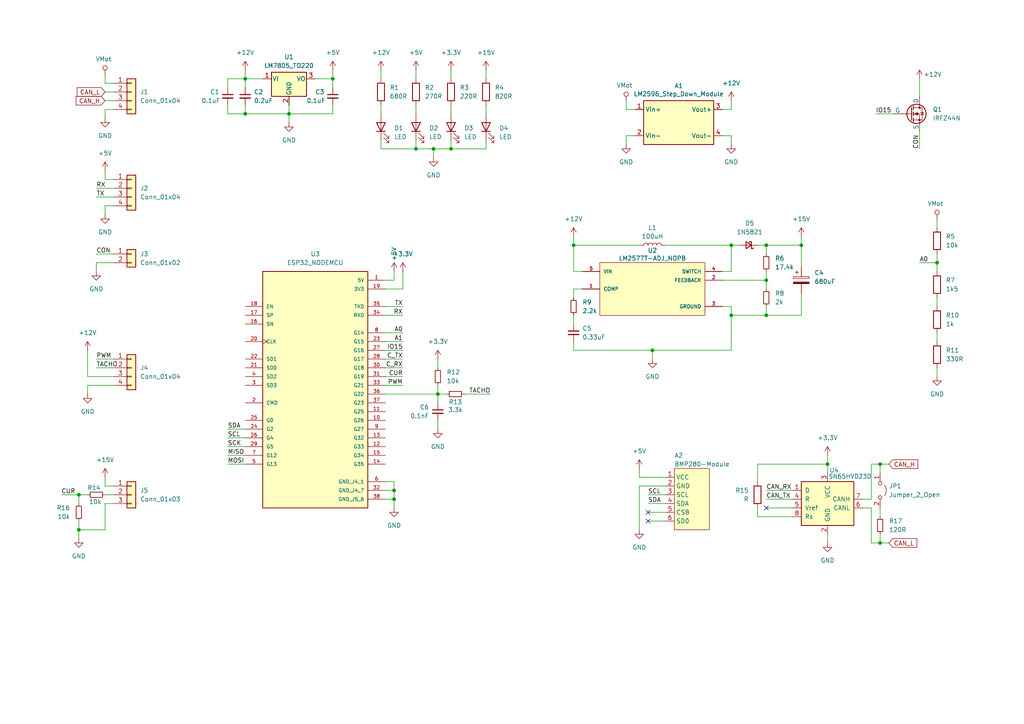
<source format=kicad_sch>
(kicad_sch (version 20231120) (generator "eeschema") (generator_version "8.0")
  (paper "A4")
  (lib_symbols
    (symbol "+12V_1" (power) (pin_numbers hide) (pin_names (offset 0) hide)
      (property "Value" "+12V" (at 0 3.556 0))
      (symbol "+12V_1_0_1"
        (polyline (pts (xy -0.762 1.27) (xy 0 2.54)))
        (polyline (pts (xy 0 0) (xy 0 2.54)))
        (polyline (pts (xy 0 2.54) (xy 0.762 1.27)))
      )
      (symbol "+12V_1_1_1"
        (pin power_in line (at 0 0 90) (length 0) (name "~") (number "1"))
      )
    )
    (symbol "+3.3V_1" (power) (pin_numbers hide) (pin_names (offset 0) hide)
      (property "Value" "+3.3V" (at 0 3.556 0))
      (symbol "+3.3V_1_0_1"
        (polyline (pts (xy -0.762 1.27) (xy 0 2.54)))
        (polyline (pts (xy 0 0) (xy 0 2.54)))
        (polyline (pts (xy 0 2.54) (xy 0.762 1.27)))
      )
      (symbol "+3.3V_1_1_1"
        (pin power_in line (at 0 0 90) (length 0) (name "~") (number "1"))
      )
    )
    (symbol "BMP280-Module:BMP280-Module"
      (property "Reference" "A4" (at -5.08 0 0))
      (property "Value" "BMP280-Module" (at -5.08 -2.54 0))
      (symbol "BMP280-Module_0_1"
        (rectangle (start 5.08 -10.16) (end 5.08 -10.16))
      )
      (symbol "BMP280-Module_1_1"
        (rectangle (start -5.08 -3.81) (end 5.08 -21.59) (fill (type background)))
        (pin power_in line (at -7.62 -6.35 0) (length 2.54) (name "VCC") (number "1"))
        (pin passive line (at -7.62 -8.89 0) (length 2.54) (name "GND") (number "2"))
        (pin bidirectional line (at -7.62 -11.43 0) (length 2.54) (name "SCL") (number "3"))
        (pin bidirectional line (at -7.62 -13.97 0) (length 2.54) (name "SDA") (number "4"))
        (pin bidirectional line (at -7.62 -16.51 0) (length 2.54) (name "CSB") (number "5"))
        (pin bidirectional line (at -7.62 -19.05 0) (length 2.54) (name "SD0") (number "6"))
      )
    )
    (symbol "Connector_Generic:Conn_01x02" (pin_names (offset 1.016) hide)
      (property "Reference" "J" (at 0 2.54 0))
      (property "Value" "Conn_01x02" (at 0 -5.08 0))
      (symbol "Conn_01x02_1_1"
        (rectangle (start -1.27 -2.413) (end 0 -2.667) (stroke (width 0.1524)))
        (rectangle (start -1.27 0.127) (end 0 -0.127) (stroke (width 0.1524)))
        (rectangle (start -1.27 1.27) (end 1.27 -3.81) (stroke (width 0.254)) (fill (type background)))
        (pin passive line (at -5.08 0 0) (length 3.81) (name "Pin_1") (number "1"))
        (pin passive line (at -5.08 -2.54 0) (length 3.81) (name "Pin_2") (number "2"))
      )
    )
    (symbol "Connector_Generic:Conn_01x03" (pin_names (offset 1.016) hide)
      (property "Reference" "J" (at 0 5.08 0))
      (property "Value" "Conn_01x03" (at 0 -5.08 0))
      (symbol "Conn_01x03_1_1"
        (rectangle (start -1.27 -2.413) (end 0 -2.667) (stroke (width 0.1524)))
        (rectangle (start -1.27 0.127) (end 0 -0.127) (stroke (width 0.1524)))
        (rectangle (start -1.27 2.667) (end 0 2.413) (stroke (width 0.1524)))
        (rectangle (start -1.27 3.81) (end 1.27 -3.81) (stroke (width 0.254)) (fill (type background)))
        (pin passive line (at -5.08 2.54 0) (length 3.81) (name "Pin_1") (number "1"))
        (pin passive line (at -5.08 0 0) (length 3.81) (name "Pin_2") (number "2"))
        (pin passive line (at -5.08 -2.54 0) (length 3.81) (name "Pin_3") (number "3"))
      )
    )
    (symbol "Connector_Generic:Conn_01x04" (pin_names (offset 1.016) hide)
      (property "Reference" "J" (at 0 5.08 0))
      (property "Value" "Conn_01x04" (at 0 -7.62 0))
      (symbol "Conn_01x04_1_1"
        (rectangle (start -1.27 -4.953) (end 0 -5.207) (stroke (width 0.1524)))
        (rectangle (start -1.27 -2.413) (end 0 -2.667) (stroke (width 0.1524)))
        (rectangle (start -1.27 0.127) (end 0 -0.127) (stroke (width 0.1524)))
        (rectangle (start -1.27 2.667) (end 0 2.413) (stroke (width 0.1524)))
        (rectangle (start -1.27 3.81) (end 1.27 -6.35) (stroke (width 0.254)) (fill (type background)))
        (pin passive line (at -5.08 2.54 0) (length 3.81) (name "Pin_1") (number "1"))
        (pin passive line (at -5.08 0 0) (length 3.81) (name "Pin_2") (number "2"))
        (pin passive line (at -5.08 -2.54 0) (length 3.81) (name "Pin_3") (number "3"))
        (pin passive line (at -5.08 -5.08 0) (length 3.81) (name "Pin_4") (number "4"))
      )
    )
    (symbol "Device:C_Polarized" (pin_numbers hide) (pin_names (offset 0.254))
      (property "Reference" "C" (at 0.635 2.54 0))
      (property "Value" "C_Polarized" (at 0.635 -2.54 0))
      (symbol "C_Polarized_0_1"
        (rectangle (start -2.286 0.508) (end 2.286 1.016))
        (polyline (pts (xy -1.778 2.286) (xy -0.762 2.286)))
        (polyline (pts (xy -1.27 2.794) (xy -1.27 1.778)))
        (rectangle (start 2.286 -0.508) (end -2.286 -1.016) (fill (type outline)))
      )
      (symbol "C_Polarized_1_1"
        (pin passive line (at 0 3.81 270) (length 2.794) (name "~") (number "1"))
        (pin passive line (at 0 -3.81 90) (length 2.794) (name "~") (number "2"))
      )
    )
    (symbol "Device:C_Small" (pin_numbers hide) (pin_names (offset 0.254) hide)
      (property "Reference" "C" (at 0.254 1.778 0))
      (property "Value" "C_Small" (at 0.254 -2.032 0))
      (symbol "C_Small_0_1"
        (polyline (pts (xy -1.524 -0.508) (xy 1.524 -0.508)) (stroke (width 0.3302)))
        (polyline (pts (xy -1.524 0.508) (xy 1.524 0.508)) (stroke (width 0.3048)))
      )
      (symbol "C_Small_1_1"
        (pin passive line (at 0 2.54 270) (length 2.032) (name "~") (number "1"))
        (pin passive line (at 0 -2.54 90) (length 2.032) (name "~") (number "2"))
      )
    )
    (symbol "Device:D_Schottky_Small" (pin_numbers hide) (pin_names (offset 0.254) hide)
      (property "Reference" "D" (at -1.27 2.032 0))
      (property "Value" "D_Schottky_Small" (at -7.112 -2.032 0))
      (symbol "D_Schottky_Small_0_1"
        (polyline (pts (xy -0.762 0) (xy 0.762 0)))
        (polyline (pts (xy 0.762 -1.016) (xy -0.762 0) (xy 0.762 1.016) (xy 0.762 -1.016)) (stroke (width 0.254)))
        (polyline (pts (xy -1.27 0.762) (xy -1.27 1.016) (xy -0.762 1.016) (xy -0.762 -1.016) (xy -0.254 -1.016) (xy -0.254 -0.762)) (stroke (width 0.254)))
      )
      (symbol "D_Schottky_Small_1_1"
        (pin passive line (at -2.54 0 0) (length 1.778) (name "K") (number "1"))
        (pin passive line (at 2.54 0 180) (length 1.778) (name "A") (number "2"))
      )
    )
    (symbol "Device:L" (pin_numbers hide) (pin_names (offset 1.016) hide)
      (property "Reference" "L" (at -1.27 0 90))
      (property "Value" "L" (at 1.905 0 90))
      (symbol "L_0_1"
        (arc (start 0 -2.54) (mid 0.6323 -1.905) (end 0 -1.27))
        (arc (start 0 -1.27) (mid 0.6323 -0.635) (end 0 0))
        (arc (start 0 0) (mid 0.6323 0.635) (end 0 1.27))
        (arc (start 0 1.27) (mid 0.6323 1.905) (end 0 2.54))
      )
      (symbol "L_1_1"
        (pin passive line (at 0 3.81 270) (length 1.27) (name "1") (number "1"))
        (pin passive line (at 0 -3.81 90) (length 1.27) (name "2") (number "2"))
      )
    )
    (symbol "Device:LED" (pin_numbers hide) (pin_names (offset 1.016) hide)
      (property "Reference" "D" (at 0 2.54 0))
      (property "Value" "LED" (at 0 -2.54 0))
      (symbol "LED_0_1"
        (polyline (pts (xy -1.27 -1.27) (xy -1.27 1.27)) (stroke (width 0.254)))
        (polyline (pts (xy -1.27 0) (xy 1.27 0)))
        (polyline (pts (xy 1.27 -1.27) (xy 1.27 1.27) (xy -1.27 0) (xy 1.27 -1.27)) (stroke (width 0.254)))
        (polyline (pts (xy -3.048 -0.762) (xy -4.572 -2.286) (xy -3.81 -2.286) (xy -4.572 -2.286) (xy -4.572 -1.524)))
        (polyline (pts (xy -1.778 -0.762) (xy -3.302 -2.286) (xy -2.54 -2.286) (xy -3.302 -2.286) (xy -3.302 -1.524)))
      )
      (symbol "LED_1_1"
        (pin passive line (at -3.81 0 0) (length 2.54) (name "K") (number "1"))
        (pin passive line (at 3.81 0 180) (length 2.54) (name "A") (number "2"))
      )
    )
    (symbol "Device:R" (pin_numbers hide) (pin_names (offset 0))
      (property "Reference" "R" (at 2.032 0 90))
      (property "Value" "R" (at 0 0 90))
      (symbol "R_0_1"
        (rectangle (start -1.016 -2.54) (end 1.016 2.54) (stroke (width 0.254)))
      )
      (symbol "R_1_1"
        (pin passive line (at 0 3.81 270) (length 1.27) (name "~") (number "1"))
        (pin passive line (at 0 -3.81 90) (length 1.27) (name "~") (number "2"))
      )
    )
    (symbol "Device:R_Small" (pin_numbers hide) (pin_names (offset 0.254) hide)
      (property "Reference" "R" (at 0.762 0.508 0))
      (property "Value" "R_Small" (at 0.762 -1.016 0))
      (symbol "R_Small_0_1"
        (rectangle (start -0.762 1.778) (end 0.762 -1.778) (stroke (width 0.2032)))
      )
      (symbol "R_Small_1_1"
        (pin passive line (at 0 2.54 270) (length 0.762) (name "~") (number "1"))
        (pin passive line (at 0 -2.54 90) (length 0.762) (name "~") (number "2"))
      )
    )
    (symbol "ESP32_NODEMCU:ESP32_NODEMCU" (pin_names (offset 1.016))
      (property "Reference" "U3" (at 0 40.64 0))
      (property "Value" "ESP32_NODEMCU" (at 0 38.1 0))
      (symbol "ESP32_NODEMCU_0_0"
        (rectangle (start -15.24 -33.02) (end 15.24 35.56) (stroke (width 0.254)) (fill (type background)))
      )
      (symbol "ESP32_NODEMCU_1_0"
        (pin power_in line (at 20.32 33.02 180) (length 5.08) (name "5V") (number "1"))
        (pin bidirectional line (at 20.32 -7.62 180) (length 5.08) (name "G26") (number "10"))
        (pin bidirectional line (at 20.32 -5.08 180) (length 5.08) (name "G25") (number "11"))
        (pin bidirectional line (at 20.32 -15.24 180) (length 5.08) (name "G33") (number "12"))
        (pin bidirectional line (at 20.32 -12.7 180) (length 5.08) (name "G32") (number "13"))
        (pin bidirectional line (at 20.32 -20.32 180) (length 5.08) (name "G35") (number "14"))
        (pin bidirectional line (at 20.32 -17.78 180) (length 5.08) (name "G34") (number "15"))
        (pin input line (at -20.32 20.32 0) (length 5.08) (name "SN") (number "16"))
        (pin input line (at -20.32 22.86 0) (length 5.08) (name "SP") (number "17"))
        (pin input line (at -20.32 25.4 0) (length 5.08) (name "EN") (number "18"))
        (pin power_in line (at 20.32 30.48 180) (length 5.08) (name "3V3") (number "19"))
        (pin bidirectional line (at -20.32 -2.54 0) (length 5.08) (name "CMD") (number "2"))
        (pin input clock (at -20.32 15.24 0) (length 5.08) (name "CLK") (number "20"))
        (pin bidirectional line (at -20.32 7.62 0) (length 5.08) (name "SD0") (number "21"))
        (pin bidirectional line (at -20.32 10.16 0) (length 5.08) (name "SD1") (number "22"))
        (pin bidirectional line (at 20.32 15.24 180) (length 5.08) (name "G15") (number "23"))
        (pin bidirectional line (at -20.32 -10.16 0) (length 5.08) (name "G2") (number "24"))
        (pin bidirectional line (at -20.32 -7.62 0) (length 5.08) (name "G0") (number "25"))
        (pin bidirectional line (at -20.32 -12.7 0) (length 5.08) (name "G4") (number "26"))
        (pin bidirectional line (at 20.32 12.7 180) (length 5.08) (name "G16") (number "27"))
        (pin bidirectional line (at 20.32 10.16 180) (length 5.08) (name "G17") (number "28"))
        (pin bidirectional line (at -20.32 -15.24 0) (length 5.08) (name "G5") (number "29"))
        (pin bidirectional line (at -20.32 2.54 0) (length 5.08) (name "SD3") (number "3"))
        (pin bidirectional line (at 20.32 7.62 180) (length 5.08) (name "G18") (number "30"))
        (pin bidirectional line (at 20.32 5.08 180) (length 5.08) (name "G19") (number "31"))
        (pin power_in line (at 20.32 -27.94 180) (length 5.08) (name "GND_J4_7") (number "32"))
        (pin bidirectional line (at 20.32 2.54 180) (length 5.08) (name "G21") (number "33"))
        (pin input line (at 20.32 22.86 180) (length 5.08) (name "RXD") (number "34"))
        (pin output line (at 20.32 25.4 180) (length 5.08) (name "TXD") (number "35"))
        (pin bidirectional line (at 20.32 0 180) (length 5.08) (name "G22") (number "36"))
        (pin bidirectional line (at 20.32 -2.54 180) (length 5.08) (name "G23") (number "37"))
        (pin power_in line (at 20.32 -30.48 180) (length 5.08) (name "GND_J5_6") (number "38"))
        (pin bidirectional line (at -20.32 5.08 0) (length 5.08) (name "SD2") (number "4"))
        (pin bidirectional line (at -20.32 -20.32 0) (length 5.08) (name "G13") (number "5"))
        (pin power_in line (at 20.32 -25.4 180) (length 5.08) (name "GND_J4_1") (number "6"))
        (pin bidirectional line (at -20.32 -17.78 0) (length 5.08) (name "G12") (number "7"))
        (pin bidirectional line (at 20.32 17.78 180) (length 5.08) (name "G14") (number "8"))
        (pin bidirectional line (at 20.32 -10.16 180) (length 5.08) (name "G27") (number "9"))
      )
    )
    (symbol "GND_1" (power) (pin_numbers hide) (pin_names (offset 0) hide)
      (property "Value" "GND" (at 0 -3.81 0))
      (symbol "GND_1_0_1"
        (polyline (pts (xy 0 0) (xy 0 -1.27) (xy 1.27 -1.27) (xy 0 -2.54) (xy -1.27 -1.27) (xy 0 -1.27)))
      )
      (symbol "GND_1_1_1"
        (pin power_in line (at 0 0 270) (length 0) (name "~") (number "1"))
      )
    )
    (symbol "GND_2" (power) (pin_numbers hide) (pin_names (offset 0) hide)
      (property "Value" "GND" (at 0 -3.81 0))
      (symbol "GND_2_0_1"
        (polyline (pts (xy 0 0) (xy 0 -1.27) (xy 1.27 -1.27) (xy 0 -2.54) (xy -1.27 -1.27) (xy 0 -1.27)))
      )
      (symbol "GND_2_1_1"
        (pin power_in line (at 0 0 270) (length 0) (name "~") (number "1"))
      )
    )
    (symbol "GND_3" (power) (pin_numbers hide) (pin_names (offset 0) hide)
      (property "Value" "GND" (at 0 -3.81 0))
      (symbol "GND_3_0_1"
        (polyline (pts (xy 0 0) (xy 0 -1.27) (xy 1.27 -1.27) (xy 0 -2.54) (xy -1.27 -1.27) (xy 0 -1.27)))
      )
      (symbol "GND_3_1_1"
        (pin power_in line (at 0 0 270) (length 0) (name "~") (number "1"))
      )
    )
    (symbol "GND_4" (power) (pin_numbers hide) (pin_names (offset 0) hide)
      (property "Value" "GND" (at 0 -3.81 0))
      (symbol "GND_4_0_1"
        (polyline (pts (xy 0 0) (xy 0 -1.27) (xy 1.27 -1.27) (xy 0 -2.54) (xy -1.27 -1.27) (xy 0 -1.27)))
      )
      (symbol "GND_4_1_1"
        (pin power_in line (at 0 0 270) (length 0) (name "~") (number "1"))
      )
    )
    (symbol "Interface_CAN_LIN:SN65HVD230" (pin_names (offset 1.016))
      (property "Reference" "U" (at -2.54 10.16 0))
      (property "Value" "SN65HVD230" (at -2.54 7.62 0))
      (symbol "SN65HVD230_0_1"
        (rectangle (start -7.62 5.08) (end 7.62 -7.62) (stroke (width 0.254)) (fill (type background)))
      )
      (symbol "SN65HVD230_1_1"
        (pin input line (at -10.16 2.54 0) (length 2.54) (name "D") (number "1"))
        (pin power_in line (at 0 -10.16 90) (length 2.54) (name "GND") (number "2"))
        (pin power_in line (at 0 7.62 270) (length 2.54) (name "VCC") (number "3"))
        (pin output line (at -10.16 0 0) (length 2.54) (name "R") (number "4"))
        (pin output line (at -10.16 -2.54 0) (length 2.54) (name "Vref") (number "5"))
        (pin bidirectional line (at 10.16 -2.54 180) (length 2.54) (name "CANL") (number "6"))
        (pin bidirectional line (at 10.16 0 180) (length 2.54) (name "CANH") (number "7"))
        (pin input line (at -10.16 -5.08 0) (length 2.54) (name "Rs") (number "8"))
      )
    )
    (symbol "Jumper:Jumper_2_Open" (pin_names (offset 0) hide)
      (property "Reference" "JP" (at 0 2.794 0))
      (property "Value" "Jumper_2_Open" (at 0 -2.286 0))
      (symbol "Jumper_2_Open_0_0"
        (circle (center -2.032 0) (radius 0.508))
        (circle (center 2.032 0) (radius 0.508))
      )
      (symbol "Jumper_2_Open_0_1"
        (arc (start 1.524 1.27) (mid 0 1.778) (end -1.524 1.27))
      )
      (symbol "Jumper_2_Open_1_1"
        (pin passive line (at -5.08 0 0) (length 2.54) (name "A") (number "1"))
        (pin passive line (at 5.08 0 180) (length 2.54) (name "B") (number "2"))
      )
    )
    (symbol "LM2577T-ADJ_NOPB:LM2577T-ADJ_NOPB" (pin_names (offset 1.016))
      (property "Reference" "U" (at -15.24 8.382 0))
      (property "Value" "LM2577T-ADJ_NOPB" (at -15.24 -10.16 0))
      (symbol "LM2577T-ADJ_NOPB_0_0"
        (rectangle (start -15.24 -7.62) (end 15.24 7.62) (stroke (width 0.1524)) (fill (type background)))
        (pin passive line (at -20.32 0 0) (length 5.08) (name "COMP") (number "1"))
        (pin input line (at 20.32 2.54 180) (length 5.08) (name "FEEDBACK") (number "2"))
        (pin power_in line (at 20.32 -5.08 180) (length 5.08) (name "GROUND") (number "3"))
        (pin output line (at 20.32 5.08 180) (length 5.08) (name "SWITCH") (number "4"))
        (pin input line (at -20.32 5.08 0) (length 5.08) (name "VIN") (number "5"))
      )
    )
    (symbol "MPCNC_Shield_Symbols:LM2596_Step_Down_Module"
      (property "Reference" "A" (at 0 13.97 0))
      (property "Value" "LM2596_Step_Down_Module" (at 0 11.43 0))
      (symbol "LM2596_Step_Down_Module_0_1"
        (rectangle (start -10.16 10.16) (end 10.16 -2.54) (stroke (width 0.254)) (fill (type background)))
      )
      (symbol "LM2596_Step_Down_Module_1_1"
        (pin power_in line (at -12.7 7.62 0) (length 2.54) (name "Vin+") (number "1"))
        (pin power_in line (at -12.7 0 0) (length 2.54) (name "Vin-") (number "2"))
        (pin power_out line (at 12.7 7.62 180) (length 2.54) (name "Vout+") (number "3"))
        (pin power_out line (at 12.7 0 180) (length 2.54) (name "Vout-") (number "4"))
      )
    )
    (symbol "MPCNC_Shield_Symbols:VMot" (power) (pin_names (offset 1.016))
      (property "Value" "VMot" (at 0 3.81 0))
      (symbol "VMot_0_1"
        (rectangle (start 0 0) (end 0 0))
        (rectangle (start 0 0) (end 0 1.27))
        (circle (center 0 1.905) (radius 0.635))
      )
      (symbol "VMot_1_1"
        (pin power_in line (at 0 0 90) (length 0) hide (name "VMot") (number "1"))
      )
    )
    (symbol "Regulator_Linear:LM7805_TO220" (pin_names (offset 0.254))
      (property "Reference" "U" (at -3.81 3.175 0))
      (property "Value" "LM7805_TO220" (at 0 3.175 0))
      (symbol "LM7805_TO220_0_1"
        (rectangle (start -5.08 1.905) (end 5.08 -5.08) (stroke (width 0.254)) (fill (type background)))
      )
      (symbol "LM7805_TO220_1_1"
        (pin power_in line (at -7.62 0 0) (length 2.54) (name "VI") (number "1"))
        (pin power_in line (at 0 -7.62 90) (length 2.54) (name "GND") (number "2"))
        (pin power_out line (at 7.62 0 180) (length 2.54) (name "VO") (number "3"))
      )
    )
    (symbol "Simulation_SPICE:NMOS" (pin_numbers hide) (pin_names (offset 0))
      (property "Reference" "Q" (at 5.08 1.27 0))
      (property "Value" "NMOS" (at 5.08 -1.27 0))
      (symbol "NMOS_0_1"
        (polyline (pts (xy 0.254 0) (xy -2.54 0)))
        (polyline (pts (xy 0.254 1.905) (xy 0.254 -1.905)) (stroke (width 0.254)))
        (polyline (pts (xy 0.762 -1.27) (xy 0.762 -2.286)) (stroke (width 0.254)))
        (polyline (pts (xy 0.762 0.508) (xy 0.762 -0.508)) (stroke (width 0.254)))
        (polyline (pts (xy 0.762 2.286) (xy 0.762 1.27)) (stroke (width 0.254)))
        (polyline (pts (xy 2.54 2.54) (xy 2.54 1.778)))
        (polyline (pts (xy 2.54 -2.54) (xy 2.54 0) (xy 0.762 0)))
        (polyline (pts (xy 0.762 -1.778) (xy 3.302 -1.778) (xy 3.302 1.778) (xy 0.762 1.778)))
        (polyline (pts (xy 1.016 0) (xy 2.032 0.381) (xy 2.032 -0.381) (xy 1.016 0)) (fill (type outline)))
        (polyline (pts (xy 2.794 0.508) (xy 2.921 0.381) (xy 3.683 0.381) (xy 3.81 0.254)))
        (polyline (pts (xy 3.302 0.381) (xy 2.921 -0.254) (xy 3.683 -0.254) (xy 3.302 0.381)))
        (circle (center 1.651 0) (radius 2.794) (stroke (width 0.254)))
        (circle (center 2.54 -1.778) (radius 0.254) (fill (type outline)))
        (circle (center 2.54 1.778) (radius 0.254) (fill (type outline)))
      )
      (symbol "NMOS_1_1"
        (pin passive line (at 2.54 5.08 270) (length 2.54) (name "D") (number "1"))
        (pin input line (at -5.08 0 0) (length 2.54) (name "G") (number "2"))
        (pin passive line (at 2.54 -5.08 90) (length 2.54) (name "S") (number "3"))
      )
    )
    (symbol "power:+12V" (power) (pin_names (offset 0))
      (property "Value" "+12V" (at 0 3.556 0))
      (symbol "+12V_0_1"
        (polyline (pts (xy -0.762 1.27) (xy 0 2.54)))
        (polyline (pts (xy 0 0) (xy 0 2.54)))
        (polyline (pts (xy 0 2.54) (xy 0.762 1.27)))
      )
      (symbol "+12V_1_1"
        (pin power_in line (at 0 0 90) (length 0) hide (name "+12V") (number "1"))
      )
    )
    (symbol "power:+15V" (power) (pin_names (offset 0))
      (property "Value" "+15V" (at 0 3.556 0))
      (symbol "+15V_0_1"
        (polyline (pts (xy -0.762 1.27) (xy 0 2.54)))
        (polyline (pts (xy 0 0) (xy 0 2.54)))
        (polyline (pts (xy 0 2.54) (xy 0.762 1.27)))
      )
      (symbol "+15V_1_1"
        (pin power_in line (at 0 0 90) (length 0) hide (name "+15V") (number "1"))
      )
    )
    (symbol "power:+3.3V" (power) (pin_names (offset 0))
      (property "Value" "+3.3V" (at 0 3.556 0))
      (symbol "+3.3V_0_1"
        (polyline (pts (xy -0.762 1.27) (xy 0 2.54)))
        (polyline (pts (xy 0 0) (xy 0 2.54)))
        (polyline (pts (xy 0 2.54) (xy 0.762 1.27)))
      )
      (symbol "+3.3V_1_1"
        (pin power_in line (at 0 0 90) (length 0) hide (name "+3.3V") (number "1"))
      )
    )
    (symbol "power:+5V" (power) (pin_names (offset 0))
      (property "Value" "+5V" (at 0 3.556 0))
      (symbol "+5V_0_1"
        (polyline (pts (xy -0.762 1.27) (xy 0 2.54)))
        (polyline (pts (xy 0 0) (xy 0 2.54)))
        (polyline (pts (xy 0 2.54) (xy 0.762 1.27)))
      )
      (symbol "+5V_1_1"
        (pin power_in line (at 0 0 90) (length 0) hide (name "+5V") (number "1"))
      )
    )
    (symbol "power:GND" (power) (pin_names (offset 0))
      (property "Value" "GND" (at 0 -3.81 0))
      (symbol "GND_0_1"
        (polyline (pts (xy 0 0) (xy 0 -1.27) (xy 1.27 -1.27) (xy 0 -2.54) (xy -1.27 -1.27) (xy 0 -1.27)))
      )
      (symbol "GND_1_1"
        (pin power_in line (at 0 0 270) (length 0) hide (name "GND") (number "1"))
      )
    )
  )
  (junction (at 127 114.3))
  (junction (at 71.12 33.02))
  (junction (at 255.27 134.62))
  (junction (at 120.65 43.18))
  (junction (at 22.86 143.51))
  (junction (at 240.03 134.62))
  (junction (at 130.81 43.18))
  (junction (at 222.25 71.12))
  (junction (at 189.23 101.6))
  (junction (at 222.25 81.28))
  (junction (at 222.25 91.44))
  (junction (at 83.82 33.02))
  (junction (at 71.12 22.86))
  (junction (at 114.3 142.24))
  (junction (at 232.41 71.12))
  (junction (at 125.73 43.18))
  (junction (at 96.52 22.86))
  (junction (at 271.78 76.2))
  (junction (at 22.86 153.67))
  (junction (at 114.3 144.78))
  (junction (at 166.37 71.12))
  (junction (at 212.09 91.44))
  (junction (at 212.09 71.12))
  (junction (at 255.27 157.48))
  (no_connect (at 187.96 151.13))
  (no_connect (at 187.96 148.59))
  (no_connect (at 222.25 147.32))
  (wire (pts (xy 22.86 143.51) (xy 22.86 146.05)))
  (wire (pts (xy 120.65 43.18) (xy 120.65 40.64)))
  (wire (pts (xy 229.87 149.86) (xy 219.71 149.86)))
  (wire (pts (xy 30.48 29.21) (xy 33.02 29.21)))
  (wire (pts (xy 30.48 140.97) (xy 33.02 140.97)))
  (wire (pts (xy 134.62 114.3) (xy 142.24 114.3)))
  (wire (pts (xy 111.76 144.78) (xy 114.3 144.78)))
  (wire (pts (xy 66.04 129.54) (xy 71.12 129.54)))
  (wire (pts (xy 114.3 142.24) (xy 114.3 144.78)))
  (wire (pts (xy 71.12 20.32) (xy 71.12 22.86)))
  (wire (pts (xy 111.76 96.52) (xy 116.84 96.52)))
  (wire (pts (xy 66.04 22.86) (xy 66.04 25.4)))
  (wire (pts (xy 71.12 22.86) (xy 66.04 22.86)))
  (wire (pts (xy 96.52 22.86) (xy 96.52 25.4)))
  (wire (pts (xy 30.48 59.69) (xy 30.48 62.23)))
  (wire (pts (xy 266.7 22.86) (xy 266.7 27.94)))
  (wire (pts (xy 271.78 106.68) (xy 271.78 109.22)))
  (wire (pts (xy 222.25 88.9) (xy 222.25 91.44)))
  (wire (pts (xy 116.84 101.6) (xy 111.76 101.6)))
  (wire (pts (xy 33.02 54.61) (xy 27.94 54.61)))
  (wire (pts (xy 30.48 21.59) (xy 30.48 24.13)))
  (wire (pts (xy 255.27 134.62) (xy 257.81 134.62)))
  (wire (pts (xy 30.48 143.51) (xy 33.02 143.51)))
  (wire (pts (xy 209.55 81.28) (xy 222.25 81.28)))
  (wire (pts (xy 185.42 135.89) (xy 185.42 138.43)))
  (wire (pts (xy 209.55 78.74) (xy 212.09 78.74)))
  (wire (pts (xy 120.65 20.32) (xy 120.65 22.86)))
  (wire (pts (xy 209.55 88.9) (xy 212.09 88.9)))
  (wire (pts (xy 222.25 144.78) (xy 229.87 144.78)))
  (wire (pts (xy 127 121.92) (xy 127 124.46)))
  (wire (pts (xy 125.73 43.18) (xy 130.81 43.18)))
  (wire (pts (xy 212.09 91.44) (xy 222.25 91.44)))
  (wire (pts (xy 127 111.76) (xy 127 114.3)))
  (wire (pts (xy 130.81 40.64) (xy 130.81 43.18)))
  (wire (pts (xy 219.71 147.32) (xy 219.71 149.86)))
  (wire (pts (xy 181.61 29.21) (xy 181.61 31.75)))
  (wire (pts (xy 222.25 71.12) (xy 222.25 73.66)))
  (wire (pts (xy 166.37 99.06) (xy 166.37 101.6)))
  (wire (pts (xy 222.25 147.32) (xy 229.87 147.32)))
  (wire (pts (xy 114.3 144.78) (xy 114.3 147.32)))
  (wire (pts (xy 222.25 81.28) (xy 222.25 83.82)))
  (wire (pts (xy 252.73 157.48) (xy 252.73 147.32)))
  (wire (pts (xy 266.7 76.2) (xy 271.78 76.2)))
  (wire (pts (xy 232.41 91.44) (xy 232.41 85.09)))
  (wire (pts (xy 240.03 134.62) (xy 240.03 137.16)))
  (wire (pts (xy 271.78 96.52) (xy 271.78 99.06)))
  (wire (pts (xy 181.61 31.75) (xy 184.15 31.75)))
  (wire (pts (xy 114.3 78.74) (xy 114.3 81.28)))
  (wire (pts (xy 25.4 101.6) (xy 25.4 109.22)))
  (wire (pts (xy 189.23 104.14) (xy 189.23 101.6)))
  (wire (pts (xy 33.02 146.05) (xy 30.48 146.05)))
  (wire (pts (xy 185.42 140.97) (xy 185.42 153.67)))
  (wire (pts (xy 193.04 140.97) (xy 185.42 140.97)))
  (wire (pts (xy 125.73 43.18) (xy 125.73 45.72)))
  (wire (pts (xy 22.86 143.51) (xy 25.4 143.51)))
  (wire (pts (xy 27.94 76.2) (xy 33.02 76.2)))
  (wire (pts (xy 271.78 86.36) (xy 271.78 88.9)))
  (wire (pts (xy 33.02 31.75) (xy 30.48 31.75)))
  (wire (pts (xy 30.48 138.43) (xy 30.48 140.97)))
  (wire (pts (xy 212.09 91.44) (xy 212.09 101.6)))
  (wire (pts (xy 71.12 33.02) (xy 83.82 33.02)))
  (wire (pts (xy 222.25 91.44) (xy 232.41 91.44)))
  (wire (pts (xy 189.23 101.6) (xy 212.09 101.6)))
  (wire (pts (xy 240.03 132.08) (xy 240.03 134.62)))
  (wire (pts (xy 212.09 88.9) (xy 212.09 91.44)))
  (wire (pts (xy 212.09 71.12) (xy 214.63 71.12)))
  (wire (pts (xy 140.97 30.48) (xy 140.97 33.02)))
  (wire (pts (xy 252.73 134.62) (xy 255.27 134.62)))
  (wire (pts (xy 130.81 30.48) (xy 130.81 33.02)))
  (wire (pts (xy 110.49 30.48) (xy 110.49 33.02)))
  (wire (pts (xy 212.09 39.37) (xy 212.09 41.91)))
  (wire (pts (xy 33.02 59.69) (xy 30.48 59.69)))
  (wire (pts (xy 71.12 30.48) (xy 71.12 33.02)))
  (wire (pts (xy 193.04 138.43) (xy 185.42 138.43)))
  (wire (pts (xy 96.52 33.02) (xy 96.52 30.48)))
  (wire (pts (xy 127 114.3) (xy 129.54 114.3)))
  (wire (pts (xy 222.25 142.24) (xy 229.87 142.24)))
  (wire (pts (xy 111.76 114.3) (xy 127 114.3)))
  (wire (pts (xy 127 104.14) (xy 127 106.68)))
  (wire (pts (xy 27.94 73.66) (xy 33.02 73.66)))
  (wire (pts (xy 271.78 63.5) (xy 271.78 66.04)))
  (wire (pts (xy 33.02 57.15) (xy 27.94 57.15)))
  (wire (pts (xy 111.76 99.06) (xy 116.84 99.06)))
  (wire (pts (xy 27.94 106.68) (xy 33.02 106.68)))
  (wire (pts (xy 30.48 49.53) (xy 30.48 52.07)))
  (wire (pts (xy 212.09 71.12) (xy 212.09 78.74)))
  (wire (pts (xy 271.78 73.66) (xy 271.78 76.2)))
  (wire (pts (xy 166.37 68.58) (xy 166.37 71.12)))
  (wire (pts (xy 116.84 88.9) (xy 111.76 88.9)))
  (wire (pts (xy 166.37 71.12) (xy 166.37 78.74)))
  (wire (pts (xy 166.37 101.6) (xy 189.23 101.6)))
  (wire (pts (xy 120.65 30.48) (xy 120.65 33.02)))
  (wire (pts (xy 187.96 143.51) (xy 193.04 143.51)))
  (wire (pts (xy 111.76 81.28) (xy 114.3 81.28)))
  (wire (pts (xy 181.61 39.37) (xy 181.61 41.91)))
  (wire (pts (xy 187.96 151.13) (xy 193.04 151.13)))
  (wire (pts (xy 27.94 104.14) (xy 33.02 104.14)))
  (wire (pts (xy 30.48 146.05) (xy 30.48 153.67)))
  (wire (pts (xy 254 33.02) (xy 259.08 33.02)))
  (wire (pts (xy 166.37 83.82) (xy 166.37 86.36)))
  (wire (pts (xy 110.49 20.32) (xy 110.49 22.86)))
  (wire (pts (xy 83.82 33.02) (xy 96.52 33.02)))
  (wire (pts (xy 91.44 22.86) (xy 96.52 22.86)))
  (wire (pts (xy 255.27 157.48) (xy 257.81 157.48)))
  (wire (pts (xy 187.96 146.05) (xy 193.04 146.05)))
  (wire (pts (xy 232.41 71.12) (xy 232.41 77.47)))
  (wire (pts (xy 116.84 83.82) (xy 111.76 83.82)))
  (wire (pts (xy 83.82 30.48) (xy 83.82 33.02)))
  (wire (pts (xy 25.4 111.76) (xy 33.02 111.76)))
  (wire (pts (xy 71.12 22.86) (xy 76.2 22.86)))
  (wire (pts (xy 111.76 139.7) (xy 114.3 139.7)))
  (wire (pts (xy 252.73 134.62) (xy 252.73 144.78)))
  (wire (pts (xy 209.55 39.37) (xy 212.09 39.37)))
  (wire (pts (xy 33.02 109.22) (xy 25.4 109.22)))
  (wire (pts (xy 22.86 153.67) (xy 22.86 156.21)))
  (wire (pts (xy 130.81 20.32) (xy 130.81 22.86)))
  (wire (pts (xy 184.15 39.37) (xy 181.61 39.37)))
  (wire (pts (xy 255.27 147.32) (xy 255.27 149.86)))
  (wire (pts (xy 110.49 40.64) (xy 110.49 43.18)))
  (wire (pts (xy 166.37 78.74) (xy 168.91 78.74)))
  (wire (pts (xy 30.48 52.07) (xy 33.02 52.07)))
  (wire (pts (xy 30.48 26.67) (xy 33.02 26.67)))
  (wire (pts (xy 166.37 91.44) (xy 166.37 93.98)))
  (wire (pts (xy 66.04 134.62) (xy 71.12 134.62)))
  (wire (pts (xy 116.84 78.74) (xy 116.84 83.82)))
  (wire (pts (xy 193.04 71.12) (xy 212.09 71.12)))
  (wire (pts (xy 116.84 109.22) (xy 111.76 109.22)))
  (wire (pts (xy 255.27 154.94) (xy 255.27 157.48)))
  (wire (pts (xy 232.41 68.58) (xy 232.41 71.12)))
  (wire (pts (xy 252.73 157.48) (xy 255.27 157.48)))
  (wire (pts (xy 66.04 132.08) (xy 71.12 132.08)))
  (wire (pts (xy 252.73 144.78) (xy 250.19 144.78)))
  (wire (pts (xy 114.3 139.7) (xy 114.3 142.24)))
  (wire (pts (xy 127 114.3) (xy 127 116.84)))
  (wire (pts (xy 130.81 43.18) (xy 140.97 43.18)))
  (wire (pts (xy 111.76 142.24) (xy 114.3 142.24)))
  (wire (pts (xy 140.97 43.18) (xy 140.97 40.64)))
  (wire (pts (xy 240.03 134.62) (xy 219.71 134.62)))
  (wire (pts (xy 27.94 78.74) (xy 27.94 76.2)))
  (wire (pts (xy 116.84 91.44) (xy 111.76 91.44)))
  (wire (pts (xy 271.78 76.2) (xy 271.78 78.74)))
  (wire (pts (xy 222.25 78.74) (xy 222.25 81.28)))
  (wire (pts (xy 66.04 30.48) (xy 66.04 33.02)))
  (wire (pts (xy 71.12 22.86) (xy 71.12 25.4)))
  (wire (pts (xy 22.86 153.67) (xy 30.48 153.67)))
  (wire (pts (xy 140.97 20.32) (xy 140.97 22.86)))
  (wire (pts (xy 30.48 31.75) (xy 30.48 34.29)))
  (wire (pts (xy 255.27 134.62) (xy 255.27 137.16)))
  (wire (pts (xy 266.7 43.18) (xy 266.7 38.1)))
  (wire (pts (xy 166.37 71.12) (xy 185.42 71.12)))
  (wire (pts (xy 111.76 111.76) (xy 116.84 111.76)))
  (wire (pts (xy 33.02 24.13) (xy 30.48 24.13)))
  (wire (pts (xy 83.82 33.02) (xy 83.82 35.56)))
  (wire (pts (xy 17.78 143.51) (xy 22.86 143.51)))
  (wire (pts (xy 120.65 43.18) (xy 125.73 43.18)))
  (wire (pts (xy 252.73 147.32) (xy 250.19 147.32)))
  (wire (pts (xy 22.86 151.13) (xy 22.86 153.67)))
  (wire (pts (xy 222.25 71.12) (xy 232.41 71.12)))
  (wire (pts (xy 166.37 83.82) (xy 168.91 83.82)))
  (wire (pts (xy 96.52 20.32) (xy 96.52 22.86)))
  (wire (pts (xy 66.04 33.02) (xy 71.12 33.02)))
  (wire (pts (xy 219.71 134.62) (xy 219.71 139.7)))
  (wire (pts (xy 110.49 43.18) (xy 120.65 43.18)))
  (wire (pts (xy 25.4 114.3) (xy 25.4 111.76)))
  (wire (pts (xy 240.03 154.94) (xy 240.03 157.48)))
  (wire (pts (xy 219.71 71.12) (xy 222.25 71.12)))
  (wire (pts (xy 187.96 148.59) (xy 193.04 148.59)))
  (wire (pts (xy 116.84 104.14) (xy 111.76 104.14)))
  (wire (pts (xy 212.09 29.21) (xy 212.09 31.75)))
  (wire (pts (xy 209.55 31.75) (xy 212.09 31.75)))
  (wire (pts (xy 66.04 124.46) (xy 71.12 124.46)))
  (wire (pts (xy 66.04 127) (xy 71.12 127)))
  (wire (pts (xy 116.84 106.68) (xy 111.76 106.68)))
  (label "RX" (at 27.94 54.61 0))
  (label "CAN_TX" (at 222.25 144.78 0))
  (label "TACHO" (at 142.24 114.3 180))
  (label "PWM" (at 27.94 104.14 0))
  (label "MOSI" (at 66.04 134.62 0))
  (label "SCL" (at 66.04 127 0))
  (label "TX" (at 27.94 57.15 0))
  (label "C_TX" (at 116.84 104.14 180))
  (label "A0" (at 266.7 76.2 0))
  (label "TX" (at 116.84 88.9 180))
  (label "PWM" (at 116.84 111.76 180))
  (label "IO15" (at 116.84 101.6 180))
  (label "TACHO" (at 27.94 106.68 0))
  (label "SDA" (at 187.96 146.05 0))
  (label "CON" (at 266.7 43.18 90))
  (label "CUR" (at 116.84 109.22 180))
  (label "CAN_RX" (at 222.25 142.24 0))
  (label "CON" (at 27.94 73.66 0))
  (label "SDA" (at 66.04 124.46 0))
  (label "C_RX" (at 116.84 106.68 180))
  (label "SCL" (at 187.96 143.51 0))
  (label "A1" (at 116.84 99.06 180))
  (label "CUR" (at 17.78 143.51 0))
  (label "MISO" (at 66.04 132.08 0))
  (label "SCK" (at 66.04 129.54 0))
  (label "RX" (at 116.84 91.44 180))
  (label "IO15" (at 254 33.02 0))
  (label "A0" (at 116.84 96.52 180))
  (global_label "CAN_H" (shape input) (at 30.48 29.21 180) (property "Intersheetrefs" "${INTERSHEET_REFS}" (effects (hide yes))))
  (global_label "CAN_H" (shape input) (at 257.81 134.62 0) (property "Intersheetrefs" "${INTERSHEET_REFS}" (effects (hide yes))))
  (global_label "CAN_L" (shape input) (at 30.48 26.67 180) (property "Intersheetrefs" "${INTERSHEET_REFS}" (effects (hide yes))))
  (global_label "CAN_L" (shape input) (at 257.81 157.48 0) (property "Intersheetrefs" "${INTERSHEET_REFS}" (effects (hide yes))))
  (symbol (lib_id "Device:C_Small") (at 66.04 27.94 0) (unit 1)
    (property "Reference" "C1" (at 60.96 26.67 0) (effects (justify left)))
    (property "Value" "0.1uF" (at 58.42 29.21 0) (effects (justify left)))
    (property "Footprint" "Capacitor_THT:C_Disc_D3.0mm_W1.6mm_P2.50mm" (effects (hide yes)))
  )
  (symbol (lib_id "Interface_CAN_LIN:SN65HVD230") (at 240.03 144.78 0) (unit 1)
    (property "Reference" "U4" (at 240.538 136.398 0) (effects (justify left)))
    (property "Value" "SN65HVD230" (at 240.284 138.176 0) (effects (justify left)))
    (property "Footprint" "Package_SO:SOIC-8_3.9x4.9mm_P1.27mm" (effects (hide yes)))
    (property "Datasheet" "http://www.ti.com/lit/ds/symlink/sn65hvd230.pdf" (effects (hide yes)))
  )
  (symbol (lib_id "power:GND") (at 30.48 62.23 0) (unit 1)
    (property "Reference" "#PWR017" (effects (hide yes)))
    (property "Value" "GND" (at 30.48 67.31 0))
  )
  (symbol (lib_id "power:+12V") (at 71.12 20.32 0) (unit 1)
    (property "Reference" "#PWR01" (effects (hide yes)))
    (property "Value" "+12V" (at 71.12 15.24 0))
  )
  (symbol (lib_id "Device:R") (at 140.97 26.67 0) (unit 1)
    (property "Reference" "R4" (at 143.51 25.3999 0) (effects (justify left)))
    (property "Value" "820R" (at 143.51 27.9399 0) (effects (justify left)))
    (property "Footprint" "Resistor_THT:R_Axial_DIN0204_L3.6mm_D1.6mm_P5.08mm_Horizontal" (effects (hide yes)))
    (property "Description" "Resistor" (effects (hide yes)))
  )
  (symbol (lib_id "Device:R") (at 120.65 26.67 0) (unit 1)
    (property "Reference" "R2" (at 123.19 25.3999 0) (effects (justify left)))
    (property "Value" "270R" (at 123.19 27.9399 0) (effects (justify left)))
    (property "Footprint" "Resistor_THT:R_Axial_DIN0204_L3.6mm_D1.6mm_P5.08mm_Horizontal" (effects (hide yes)))
    (property "Description" "Resistor" (effects (hide yes)))
  )
  (symbol (lib_id "Connector_Generic:Conn_01x02") (at 38.1 73.66 0) (unit 1)
    (property "Reference" "J3" (at 40.64 73.66 0) (effects (justify left)))
    (property "Value" "Conn_01x02" (at 40.64 76.2 0) (effects (justify left)))
    (property "Footprint" "TerminalBlock_Phoenix:TerminalBlock_Phoenix_PT-1,5-2-5.0-H_1x02_P5.00mm_Horizontal" (effects (hide yes)))
  )
  (symbol (lib_id "Device:C_Small") (at 127 119.38 0) (mirror y) (unit 1)
    (property "Reference" "C6" (at 124.46 118.1162 0) (effects (justify left)))
    (property "Value" "0.1nF" (at 124.46 120.6562 0) (effects (justify left)))
    (property "Footprint" "Connector_PinHeader_2.54mm:PinHeader_1x02_P2.54mm_Vertical" (effects (hide yes)))
    (property "Description" "Unpolarized capacitor, small symbol" (effects (hide yes)))
  )
  (symbol (lib_name "+3.3V_1") (lib_id "power:+3.3V") (at 116.84 78.74 0) (unit 1)
    (property "Reference" "#PWR023" (effects (hide yes)))
    (property "Value" "+3.3V" (at 116.84 73.66 0))
    (property "Description" "Power symbol creates a global label with name \"+3.3V\"" (effects (hide yes)))
  )
  (symbol (lib_id "power:GND") (at 271.78 109.22 0) (unit 1)
    (property "Reference" "#PWR027" (effects (hide yes)))
    (property "Value" "GND" (at 271.78 114.3 0))
  )
  (symbol (lib_id "Device:LED") (at 130.81 36.83 90) (unit 1)
    (property "Reference" "D3" (at 134.62 37.1474 90) (effects (justify right)))
    (property "Value" "LED" (at 134.62 39.6874 90) (effects (justify right)))
    (property "Footprint" "LED_THT:LED_D5.0mm" (effects (hide yes)))
    (property "Description" "Light emitting diode" (effects (hide yes)))
  )
  (symbol (lib_id "MPCNC_Shield_Symbols:VMot") (at 30.48 21.59 0) (unit 1)
    (property "Reference" "#PWR07" (effects (hide yes)))
    (property "Value" "VMot" (at 30.0228 17.145 0))
  )
  (symbol (lib_id "Connector_Generic:Conn_01x03") (at 38.1 143.51 0) (unit 1)
    (property "Reference" "J5" (at 40.64 142.24 0) (effects (justify left)))
    (property "Value" "Conn_01x03" (at 40.64 144.78 0) (effects (justify left)))
    (property "Footprint" "Connector_Phoenix_MC:PhoenixContact_MC_1,5_3-G-3.81_1x03_P3.81mm_Horizontal" (effects (hide yes)))
  )
  (symbol (lib_id "power:+5V") (at 185.42 135.89 0) (unit 1)
    (property "Reference" "#PWR031" (effects (hide yes)))
    (property "Value" "+5V" (at 185.42 130.81 0))
  )
  (symbol (lib_id "Connector_Generic:Conn_01x04") (at 38.1 54.61 0) (unit 1)
    (property "Reference" "J2" (at 40.64 54.61 0) (effects (justify left)))
    (property "Value" "Conn_01x04" (at 40.64 57.15 0) (effects (justify left)))
    (property "Footprint" "Connector_PinSocket_2.54mm:PinSocket_1x04_P2.54mm_Horizontal" (effects (hide yes)))
  )
  (symbol (lib_id "power:GND") (at 25.4 114.3 0) (unit 1)
    (property "Reference" "#PWR028" (effects (hide yes)))
    (property "Value" "GND" (at 25.4 119.38 0))
  )
  (symbol (lib_id "Device:R_Small") (at 22.86 148.59 0) (mirror y) (unit 1)
    (property "Reference" "R16" (at 20.32 147.32 0) (effects (justify left)))
    (property "Value" "10k" (at 20.32 149.86 0) (effects (justify left)))
    (property "Footprint" "Resistor_THT:R_Axial_DIN0204_L3.6mm_D1.6mm_P5.08mm_Horizontal" (effects (hide yes)))
    (property "Description" "Resistor, small symbol" (effects (hide yes)))
  )
  (symbol (lib_id "Device:R_Small") (at 255.27 152.4 0) (unit 1)
    (property "Reference" "R17" (at 257.81 151.1299 0) (effects (justify left)))
    (property "Value" "120R" (at 257.81 153.6699 0) (effects (justify left)))
    (property "Footprint" "Resistor_THT:R_Axial_DIN0204_L3.6mm_D1.6mm_P5.08mm_Horizontal" (effects (hide yes)))
    (property "Description" "Resistor, small symbol" (effects (hide yes)))
  )
  (symbol (lib_id "power:+15V") (at 140.97 20.32 0) (unit 1)
    (property "Reference" "#PWR06" (effects (hide yes)))
    (property "Value" "+15V" (at 140.97 15.24 0))
  )
  (symbol (lib_id "power:GND") (at 27.94 78.74 0) (unit 1)
    (property "Reference" "#PWR021" (effects (hide yes)))
    (property "Value" "GND" (at 27.94 83.82 0))
  )
  (symbol (lib_id "Simulation_SPICE:NMOS") (at 264.16 33.02 0) (unit 1)
    (property "Reference" "Q1" (at 270.51 31.75 0) (effects (justify left)))
    (property "Value" "IRFZ44N" (at 270.51 34.29 0) (effects (justify left)))
    (property "Footprint" "Package_TO_SOT_THT:TO-220-3_Vertical" (effects (hide yes)))
    (property "Datasheet" "https://ngspice.sourceforge.io/docs/ngspice-manual.pdf" (effects (hide yes)))
    (property "Sim.Device" "NMOS" (effects (hide yes)))
    (property "Sim.Type" "VDMOS" (effects (hide yes)))
    (property "Sim.Pins" "1=D 2=G 3=S" (effects (hide yes)))
  )
  (symbol (lib_id "Device:R_Small") (at 27.94 143.51 90) (mirror x) (unit 1)
    (property "Reference" "R14" (at 29.21 141.478 90) (effects (justify left)))
    (property "Value" "10k" (at 29.464 145.542 90) (effects (justify left)))
    (property "Footprint" "Resistor_THT:R_Axial_DIN0204_L3.6mm_D1.6mm_P5.08mm_Horizontal" (effects (hide yes)))
    (property "Description" "Resistor, small symbol" (effects (hide yes)))
  )
  (symbol (lib_id "power:GND") (at 83.82 35.56 0) (unit 1)
    (property "Reference" "#PWR012" (effects (hide yes)))
    (property "Value" "GND" (at 83.82 40.64 0))
  )
  (symbol (lib_name "GND_3") (lib_id "power:GND") (at 212.09 41.91 0) (unit 1)
    (property "Reference" "#PWR014" (effects (hide yes)))
    (property "Value" "GND" (at 212.09 46.99 0))
    (property "Description" "Power symbol creates a global label with name \"GND\" , ground" (effects (hide yes)))
  )
  (symbol (lib_id "ESP32_NODEMCU:ESP32_NODEMCU") (at 91.44 114.3 0) (unit 1)
    (property "Reference" "U3" (at 91.44 73.66 0))
    (property "Value" "ESP32_NODEMCU" (at 91.44 76.2 0))
    (property "Footprint" "esp32:esp32" (effects (hide yes)))
    (property "Description" "\nNodeMCU is an open source loT platform. ESP32 is a series of low cost, low power\nsystem-on-chip (SoC) microcontrollers with integrated Wi-Fi & dual-mode Bluetooth.\n" (effects (hide yes)))
    (property "MF" "Espressif Systems" (effects (hide yes)))
    (property "MAXIMUM_PACKAGE_HEIGHT" "6.6 mm" (effects (hide yes)))
    (property "Package" "Package" (effects (hide yes)))
    (property "Price" "None" (effects (hide yes)))
    (property "Check_prices" "https://www.snapeda.com/parts/ESP32%20NodeMCU/Espressif+Systems/view-part/?ref=eda" (effects (hide yes)))
    (property "STANDARD" "Manufacturer Recommendations" (effects (hide yes)))
    (property "SnapEDA_Link" "https://www.snapeda.com/parts/ESP32%20NodeMCU/Espressif+Systems/view-part/?ref=snap" (effects (hide yes)))
    (property "MP" "ESP32 NodeMCU" (effects (hide yes)))
    (property "Availability" "Not in stock" (effects (hide yes)))
    (property "MANUFACTURER" "Espressif" (effects (hide yes)))
  )
  (symbol (lib_id "Device:R") (at 219.71 143.51 0) (mirror y) (unit 1)
    (property "Reference" "R15" (at 217.17 142.24 0) (effects (justify left)))
    (property "Value" "R" (at 217.17 144.78 0) (effects (justify left)))
    (property "Footprint" "Resistor_THT:R_Axial_DIN0204_L3.6mm_D1.6mm_P5.08mm_Horizontal" (effects (hide yes)))
  )
  (symbol (lib_id "power:GND") (at 30.48 34.29 0) (unit 1)
    (property "Reference" "#PWR011" (effects (hide yes)))
    (property "Value" "GND" (at 30.48 39.37 0))
  )
  (symbol (lib_id "Device:C_Small") (at 96.52 27.94 0) (unit 1)
    (property "Reference" "C3" (at 91.44 26.67 0) (effects (justify left)))
    (property "Value" "0.1uF" (at 88.9 29.21 0) (effects (justify left)))
    (property "Footprint" "Capacitor_THT:C_Disc_D3.0mm_W1.6mm_P2.50mm" (effects (hide yes)))
  )
  (symbol (lib_id "Device:LED") (at 110.49 36.83 90) (unit 1)
    (property "Reference" "D1" (at 114.3 37.1474 90) (effects (justify right)))
    (property "Value" "LED" (at 114.3 39.6874 90) (effects (justify right)))
    (property "Footprint" "LED_THT:LED_D5.0mm" (effects (hide yes)))
    (property "Description" "Light emitting diode" (effects (hide yes)))
  )
  (symbol (lib_id "power:+15V") (at 232.41 68.58 0) (unit 1)
    (property "Reference" "#PWR020" (effects (hide yes)))
    (property "Value" "+15V" (at 232.41 63.5 0))
  )
  (symbol (lib_id "power:+5V") (at 30.48 49.53 0) (unit 1)
    (property "Reference" "#PWR016" (effects (hide yes)))
    (property "Value" "+5V" (at 30.48 44.45 0))
  )
  (symbol (lib_id "Device:R_Small") (at 222.25 76.2 0) (unit 1)
    (property "Reference" "R6" (at 224.79 74.93 0) (effects (justify left)))
    (property "Value" "17.4k" (at 224.79 77.47 0) (effects (justify left)))
    (property "Footprint" "Resistor_THT:R_Axial_DIN0204_L3.6mm_D1.6mm_P5.08mm_Horizontal" (effects (hide yes)))
  )
  (symbol (lib_id "power:GND") (at 22.86 156.21 0) (unit 1)
    (property "Reference" "#PWR035" (effects (hide yes)))
    (property "Value" "GND" (at 22.86 161.29 0))
  )
  (symbol (lib_id "power:+12V") (at 266.7 22.86 0) (unit 1)
    (property "Reference" "#PWR08" (effects (hide yes)))
    (property "Value" "+12V" (at 270.51 21.59 0))
  )
  (symbol (lib_id "Device:LED") (at 140.97 36.83 90) (unit 1)
    (property "Reference" "D4" (at 144.78 37.1474 90) (effects (justify right)))
    (property "Value" "LED" (at 144.78 39.6874 90) (effects (justify right)))
    (property "Footprint" "LED_THT:LED_D5.0mm" (effects (hide yes)))
    (property "Description" "Light emitting diode" (effects (hide yes)))
  )
  (symbol (lib_id "MPCNC_Shield_Symbols:LM2596_Step_Down_Module") (at 196.85 39.37 0) (unit 1)
    (property "Reference" "A1" (at 196.85 24.892 0))
    (property "Value" "LM2596_Step_Down_Module" (at 196.85 27.2542 0))
    (property "Footprint" "MPCNC_Shield_Footprints:LM2596_Step_Down_Module-21.3x43.6mm" (effects (hide yes)))
    (property "Datasheet" "http://www.tpelectronic.ir/datasheets/20150123144301750.pdf" (effects (hide yes)))
  )
  (symbol (lib_id "LM2577T-ADJ_NOPB:LM2577T-ADJ_NOPB") (at 189.23 83.82 0) (unit 1)
    (property "Reference" "U2" (at 189.23 72.644 0))
    (property "Value" "LM2577T-ADJ_NOPB" (at 189.23 74.93 0))
    (property "Footprint" "Libraries:VREG_LM2577T-ADJ_NOPB" (effects (hide yes)))
    (property "Description" "\n3.5-V to 40-V, 3-A low component count step-up regulator\n" (effects (hide yes)))
    (property "MF" "Texas Instruments" (effects (hide yes)))
    (property "MAXIMUM_PACKAGE_HEIGHT" "18.11mm" (effects (hide yes)))
    (property "Package" "TO-220-5 Texas Instruments" (effects (hide yes)))
    (property "Price" "None" (effects (hide yes)))
    (property "Check_prices" "https://www.snapeda.com/parts/LM2577T-ADJ/NOPB/Texas+Instruments/view-part/?ref=eda" (effects (hide yes)))
    (property "STANDARD" "Manufacturer Recommendation" (effects (hide yes)))
    (property "PARTREV" "D" (effects (hide yes)))
    (property "SnapEDA_Link" "https://www.snapeda.com/parts/LM2577T-ADJ/NOPB/Texas+Instruments/view-part/?ref=snap" (effects (hide yes)))
    (property "MP" "LM2577T-ADJ/NOPB" (effects (hide yes)))
    (property "Purchase-URL" "https://www.snapeda.com/api/url_track_click_mouser/?unipart_id=346459&manufacturer=Texas Instruments&part_name=LM2577T-ADJ/NOPB&search_term=None" (effects (hide yes)))
    (property "Availability" "In Stock" (effects (hide yes)))
    (property "MANUFACTURER" "Texas Instruments" (effects (hide yes)))
  )
  (symbol (lib_name "GND_4") (lib_id "power:GND") (at 181.61 41.91 0) (unit 1)
    (property "Reference" "#PWR013" (effects (hide yes)))
    (property "Value" "GND" (at 181.61 46.99 0))
    (property "Description" "Power symbol creates a global label with name \"GND\" , ground" (effects (hide yes)))
  )
  (symbol (lib_id "Device:C_Small") (at 71.12 27.94 0) (unit 1)
    (property "Reference" "C2" (at 73.66 26.6763 0) (effects (justify left)))
    (property "Value" "0.2uF" (at 73.66 29.2163 0) (effects (justify left)))
    (property "Footprint" "Capacitor_THT:C_Disc_D3.0mm_W1.6mm_P2.50mm" (effects (hide yes)))
  )
  (symbol (lib_id "power:+12V") (at 110.49 20.32 0) (unit 1)
    (property "Reference" "#PWR03" (effects (hide yes)))
    (property "Value" "+12V" (at 110.49 15.24 0))
  )
  (symbol (lib_name "+3.3V_1") (lib_id "power:+3.3V") (at 127 104.14 0) (unit 1)
    (property "Reference" "#PWR025" (effects (hide yes)))
    (property "Value" "+3.3V" (at 127 99.06 0))
    (property "Description" "Power symbol creates a global label with name \"+3.3V\"" (effects (hide yes)))
  )
  (symbol (lib_id "power:+12V") (at 166.37 68.58 0) (unit 1)
    (property "Reference" "#PWR019" (effects (hide yes)))
    (property "Value" "+12V" (at 166.37 63.5 0))
  )
  (symbol (lib_id "Device:R") (at 271.78 92.71 0) (unit 1)
    (property "Reference" "R10" (at 274.32 91.44 0) (effects (justify left)))
    (property "Value" "1k" (at 274.32 93.98 0) (effects (justify left)))
    (property "Footprint" "Resistor_THT:R_Axial_DIN0204_L3.6mm_D1.6mm_P5.08mm_Horizontal" (effects (hide yes)))
  )
  (symbol (lib_id "Device:R_Small") (at 222.25 86.36 0) (unit 1)
    (property "Reference" "R8" (at 224.79 85.09 0) (effects (justify left)))
    (property "Value" "2k" (at 224.79 87.63 0) (effects (justify left)))
    (property "Footprint" "Resistor_THT:R_Axial_DIN0204_L3.6mm_D1.6mm_P5.08mm_Horizontal" (effects (hide yes)))
  )
  (symbol (lib_id "power:+3.3V") (at 240.03 132.08 0) (unit 1)
    (property "Reference" "#PWR030" (effects (hide yes)))
    (property "Value" "+3.3V" (at 240.03 127 0))
  )
  (symbol (lib_id "Device:R_Small") (at 166.37 88.9 0) (unit 1)
    (property "Reference" "R9" (at 168.91 87.63 0) (effects (justify left)))
    (property "Value" "2.2k" (at 168.91 90.17 0) (effects (justify left)))
    (property "Footprint" "Resistor_THT:R_Axial_DIN0204_L3.6mm_D1.6mm_P5.08mm_Horizontal" (effects (hide yes)))
  )
  (symbol (lib_id "Device:R") (at 271.78 69.85 0) (unit 1)
    (property "Reference" "R5" (at 274.32 68.58 0) (effects (justify left)))
    (property "Value" "10k" (at 274.32 71.12 0) (effects (justify left)))
    (property "Footprint" "Resistor_THT:R_Axial_DIN0204_L3.6mm_D1.6mm_P5.08mm_Horizontal" (effects (hide yes)))
  )
  (symbol (lib_id "Connector_Generic:Conn_01x04") (at 38.1 106.68 0) (unit 1)
    (property "Reference" "J4" (at 40.64 106.68 0) (effects (justify left)))
    (property "Value" "Conn_01x04" (at 40.64 109.22 0) (effects (justify left)))
    (property "Footprint" "Connector:FanPinHeader_1x04_P2.54mm_Vertical" (effects (hide yes)))
  )
  (symbol (lib_id "Device:R") (at 130.81 26.67 0) (unit 1)
    (property "Reference" "R3" (at 133.35 25.3999 0) (effects (justify left)))
    (property "Value" "220R" (at 133.35 27.9399 0) (effects (justify left)))
    (property "Footprint" "Resistor_THT:R_Axial_DIN0204_L3.6mm_D1.6mm_P5.08mm_Horizontal" (effects (hide yes)))
    (property "Description" "Resistor" (effects (hide yes)))
  )
  (symbol (lib_id "power:+5V") (at 96.52 20.32 0) (unit 1)
    (property "Reference" "#PWR02" (effects (hide yes)))
    (property "Value" "+5V" (at 96.52 15.24 0))
  )
  (symbol (lib_id "Jumper:Jumper_2_Open") (at 255.27 142.24 270) (unit 1)
    (property "Reference" "JP1" (at 257.81 140.9699 90) (effects (justify left)))
    (property "Value" "Jumper_2_Open" (at 257.81 143.5099 90) (effects (justify left)))
    (property "Footprint" "Connector_PinHeader_2.54mm:PinHeader_1x02_P2.54mm_Vertical" (effects (hide yes)))
    (property "Description" "Jumper, 2-pole, open" (effects (hide yes)))
  )
  (symbol (lib_id "MPCNC_Shield_Symbols:VMot") (at 271.78 63.5 0) (unit 1)
    (property "Reference" "#PWR018" (effects (hide yes)))
    (property "Value" "VMot" (at 271.3228 59.055 0))
  )
  (symbol (lib_id "Device:D_Schottky_Small") (at 217.17 71.12 180) (unit 1)
    (property "Reference" "D5" (at 217.424 64.77 0))
    (property "Value" "1N5821" (at 217.424 67.31 0))
    (property "Footprint" "Diode_THT:D_DO-201_P15.24mm_Horizontal" (effects (hide yes)))
  )
  (symbol (lib_id "MPCNC_Shield_Symbols:VMot") (at 181.61 29.21 0) (unit 1)
    (property "Reference" "#PWR09" (effects (hide yes)))
    (property "Value" "VMot" (at 181.1528 24.765 0))
  )
  (symbol (lib_id "power:+5V") (at 114.3 78.74 0) (unit 1)
    (property "Reference" "#PWR022" (effects (hide yes)))
    (property "Value" "+5V" (at 114.3 73.66 90))
    (property "Footprint" "Diode_THT:D_P600_R-6_P20.00mm_Horizontal" (effects (hide yes)))
  )
  (symbol (lib_name "GND_2") (lib_id "power:GND") (at 125.73 45.72 0) (unit 1)
    (property "Reference" "#PWR015" (effects (hide yes)))
    (property "Value" "GND" (at 125.73 50.8 0))
    (property "Description" "Power symbol creates a global label with name \"GND\" , ground" (effects (hide yes)))
  )
  (symbol (lib_id "Device:C_Polarized") (at 232.41 81.28 0) (unit 1)
    (property "Reference" "C4" (at 236.22 79.121 0) (effects (justify left)))
    (property "Value" "680uF" (at 236.22 81.661 0) (effects (justify left)))
    (property "Footprint" "Capacitor_THT:CP_Radial_D8.0mm_P3.50mm" (effects (hide yes)))
  )
  (symbol (lib_id "power:GND") (at 240.03 157.48 0) (unit 1)
    (property "Reference" "#PWR036" (effects (hide yes)))
    (property "Value" "GND" (at 240.03 162.56 0))
  )
  (symbol (lib_id "Device:R") (at 110.49 26.67 0) (unit 1)
    (property "Reference" "R1" (at 113.03 25.3999 0) (effects (justify left)))
    (property "Value" "680R" (at 113.03 27.9399 0) (effects (justify left)))
    (property "Footprint" "Resistor_THT:R_Axial_DIN0204_L3.6mm_D1.6mm_P5.08mm_Horizontal" (effects (hide yes)))
    (property "Description" "Resistor" (effects (hide yes)))
  )
  (symbol (lib_id "Device:L") (at 189.23 71.12 90) (unit 1)
    (property "Reference" "L1" (at 189.23 66.04 90))
    (property "Value" "100uH" (at 189.23 68.58 90))
    (property "Footprint" "Inductor_THT:L_Radial_D6.0mm_P4.00mm" (effects (hide yes)))
  )
  (symbol (lib_id "Device:R_Small") (at 127 109.22 0) (unit 1)
    (property "Reference" "R12" (at 129.54 107.9499 0) (effects (justify left)))
    (property "Value" "10k" (at 129.54 110.4899 0) (effects (justify left)))
    (property "Footprint" "Resistor_THT:R_Axial_DIN0204_L3.6mm_D1.6mm_P5.08mm_Horizontal" (effects (hide yes)))
    (property "Description" "Resistor, small symbol" (effects (hide yes)))
  )
  (symbol (lib_id "Device:R_Small") (at 132.08 114.3 90) (mirror x) (unit 1)
    (property "Reference" "R13" (at 132.08 116.586 90))
    (property "Value" "3.3k" (at 132.08 118.872 90))
    (property "Footprint" "Resistor_THT:R_Axial_DIN0204_L3.6mm_D1.6mm_P5.08mm_Horizontal" (effects (hide yes)))
    (property "Description" "Resistor, small symbol" (effects (hide yes)))
  )
  (symbol (lib_id "power:GND") (at 114.3 147.32 0) (unit 1)
    (property "Reference" "#PWR033" (effects (hide yes)))
    (property "Value" "GND" (at 114.3 152.4 0))
  )
  (symbol (lib_id "power:GND") (at 185.42 153.67 0) (unit 1)
    (property "Reference" "#PWR034" (effects (hide yes)))
    (property "Value" "GND" (at 185.42 158.75 0))
  )
  (symbol (lib_id "Connector_Generic:Conn_01x04") (at 38.1 26.67 0) (unit 1)
    (property "Reference" "J1" (at 40.64 26.67 0) (effects (justify left)))
    (property "Value" "Conn_01x04" (at 40.64 29.21 0) (effects (justify left)))
    (property "Footprint" "TerminalBlock_Phoenix:TerminalBlock_Phoenix_PT-1,5-4-5.0-H_1x04_P5.00mm_Horizontal" (effects (hide yes)))
  )
  (symbol (lib_name "+12V_1") (lib_id "power:+12V") (at 25.4 101.6 0) (unit 1)
    (property "Reference" "#PWR024" (effects (hide yes)))
    (property "Value" "+12V" (at 25.4 96.52 0))
    (property "Description" "Power symbol creates a global label with name \"+12V\"" (effects (hide yes)))
  )
  (symbol (lib_id "Device:R") (at 271.78 102.87 0) (unit 1)
    (property "Reference" "R11" (at 274.32 101.6 0) (effects (justify left)))
    (property "Value" "330R" (at 274.32 104.14 0) (effects (justify left)))
    (property "Footprint" "Resistor_THT:R_Axial_DIN0204_L3.6mm_D1.6mm_P5.08mm_Horizontal" (effects (hide yes)))
  )
  (symbol (lib_id "Device:LED") (at 120.65 36.83 90) (unit 1)
    (property "Reference" "D2" (at 124.46 37.1474 90) (effects (justify right)))
    (property "Value" "LED" (at 124.46 39.6874 90) (effects (justify right)))
    (property "Footprint" "LED_THT:LED_D5.0mm" (effects (hide yes)))
    (property "Description" "Light emitting diode" (effects (hide yes)))
  )
  (symbol (lib_id "power:+12V") (at 212.09 29.21 0) (unit 1)
    (property "Reference" "#PWR010" (effects (hide yes)))
    (property "Value" "+12V" (at 212.09 24.13 0))
  )
  (symbol (lib_id "BMP280-Module:BMP280-Module") (at 200.66 132.08 0) (unit 1)
    (property "Reference" "A2" (at 195.58 132.08 0) (effects (justify left)))
    (property "Value" "BMP280-Module" (at 195.58 134.62 0) (effects (justify left)))
    (property "Footprint" "Connector_PinSocket_2.54mm:PinSocket_1x06_P2.54mm_Horizontal" (effects (hide yes)))
  )
  (symbol (lib_id "Regulator_Linear:LM7805_TO220") (at 83.82 22.86 0) (unit 1)
    (property "Reference" "U1" (at 83.82 16.51 0))
    (property "Value" "LM7805_TO220" (at 83.82 19.05 0))
    (property "Footprint" "Package_TO_SOT_THT:TO-220-3_Vertical" (effects (hide yes)))
    (property "Datasheet" "https://www.onsemi.cn/PowerSolutions/document/MC7800-D.PDF" (effects (hide yes)))
  )
  (symbol (lib_name "+3.3V_1") (lib_id "power:+3.3V") (at 130.81 20.32 0) (unit 1)
    (property "Reference" "#PWR05" (effects (hide yes)))
    (property "Value" "+3.3V" (at 130.81 15.24 0))
    (property "Description" "Power symbol creates a global label with name \"+3.3V\"" (effects (hide yes)))
  )
  (symbol (lib_id "Device:C_Small") (at 166.37 96.52 0) (unit 1)
    (property "Reference" "C5" (at 168.91 95.2563 0) (effects (justify left)))
    (property "Value" "0.33uF" (at 168.91 97.7963 0) (effects (justify left)))
    (property "Footprint" "Capacitor_THT:C_Disc_D3.0mm_W1.6mm_P2.50mm" (effects (hide yes)))
  )
  (symbol (lib_id "power:GND") (at 189.23 104.14 0) (unit 1)
    (property "Reference" "#PWR026" (effects (hide yes)))
    (property "Value" "GND" (at 189.23 109.22 0))
  )
  (symbol (lib_id "power:+5V") (at 120.65 20.32 0) (unit 1)
    (property "Reference" "#PWR04" (effects (hide yes)))
    (property "Value" "+5V" (at 120.65 15.24 0))
  )
  (symbol (lib_id "power:+15V") (at 30.48 138.43 0) (unit 1)
    (property "Reference" "#PWR032" (effects (hide yes)))
    (property "Value" "+15V" (at 30.48 133.35 0))
  )
  (symbol (lib_id "Device:R") (at 271.78 82.55 0) (unit 1)
    (property "Reference" "R7" (at 274.32 81.28 0) (effects (justify left)))
    (property "Value" "1k5" (at 274.32 83.82 0) (effects (justify left)))
    (property "Footprint" "Resistor_THT:R_Axial_DIN0204_L3.6mm_D1.6mm_P5.08mm_Horizontal" (effects (hide yes)))
  )
  (symbol (lib_name "GND_1") (lib_id "power:GND") (at 127 124.46 0) (unit 1)
    (property "Reference" "#PWR029" (effects (hide yes)))
    (property "Value" "GND" (at 127 129.54 0))
    (property "Description" "Power symbol creates a global label with name \"GND\" , ground" (effects (hide yes)))
  )
)
</source>
